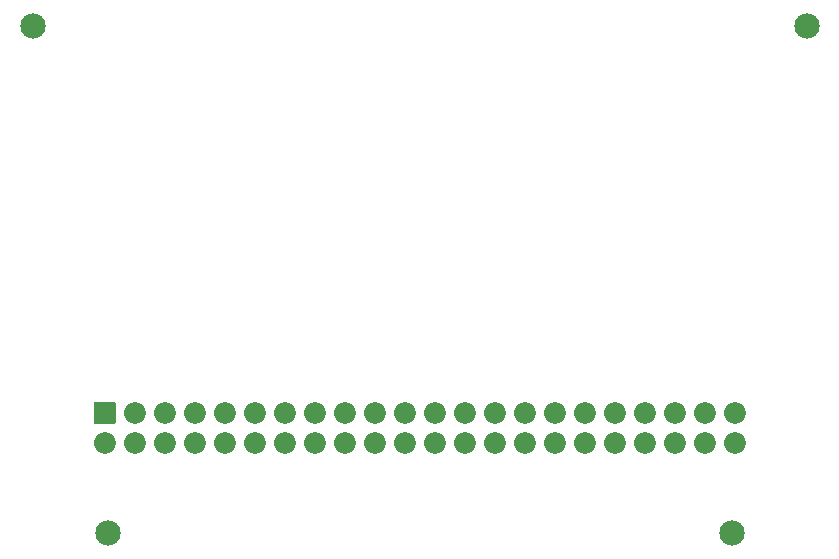
<source format=gbs>
G04 #@! TF.GenerationSoftware,KiCad,Pcbnew,(5.1.10-1-10_14)*
G04 #@! TF.CreationDate,2021-11-18T23:27:22-05:00*
G04 #@! TF.ProjectId,MacClassicRAMCard,4d616343-6c61-4737-9369-6352414d4361,rev?*
G04 #@! TF.SameCoordinates,Original*
G04 #@! TF.FileFunction,Soldermask,Bot*
G04 #@! TF.FilePolarity,Negative*
%FSLAX46Y46*%
G04 Gerber Fmt 4.6, Leading zero omitted, Abs format (unit mm)*
G04 Created by KiCad (PCBNEW (5.1.10-1-10_14)) date 2021-11-18 23:27:22*
%MOMM*%
%LPD*%
G01*
G04 APERTURE LIST*
%ADD10O,1.850000X1.850000*%
%ADD11C,2.150000*%
G04 APERTURE END LIST*
D10*
X147320000Y-125730000D03*
X147320000Y-123190000D03*
X144780000Y-125730000D03*
X144780000Y-123190000D03*
X142240000Y-125730000D03*
X142240000Y-123190000D03*
X139700000Y-125730000D03*
X139700000Y-123190000D03*
X137160000Y-125730000D03*
X137160000Y-123190000D03*
X134620000Y-125730000D03*
X134620000Y-123190000D03*
X132080000Y-125730000D03*
X132080000Y-123190000D03*
X129540000Y-125730000D03*
X129540000Y-123190000D03*
X127000000Y-125730000D03*
X127000000Y-123190000D03*
X124460000Y-125730000D03*
X124460000Y-123190000D03*
X121920000Y-125730000D03*
X121920000Y-123190000D03*
X119380000Y-125730000D03*
X119380000Y-123190000D03*
X116840000Y-125730000D03*
X116840000Y-123190000D03*
X114300000Y-125730000D03*
X114300000Y-123190000D03*
X111760000Y-125730000D03*
X111760000Y-123190000D03*
X109220000Y-125730000D03*
X109220000Y-123190000D03*
X106680000Y-125730000D03*
X106680000Y-123190000D03*
X104140000Y-125730000D03*
X104140000Y-123190000D03*
X101600000Y-125730000D03*
X101600000Y-123190000D03*
X99060000Y-125730000D03*
X99060000Y-123190000D03*
X96520000Y-125730000D03*
X96520000Y-123190000D03*
X93980000Y-125730000D03*
G36*
G01*
X94830000Y-124115000D02*
X93130000Y-124115000D01*
G75*
G02*
X93055000Y-124040000I0J75000D01*
G01*
X93055000Y-122340000D01*
G75*
G02*
X93130000Y-122265000I75000J0D01*
G01*
X94830000Y-122265000D01*
G75*
G02*
X94905000Y-122340000I0J-75000D01*
G01*
X94905000Y-124040000D01*
G75*
G02*
X94830000Y-124115000I-75000J0D01*
G01*
G37*
D11*
X94234000Y-133350000D03*
X147066000Y-133350000D03*
X87884000Y-90424000D03*
X153416000Y-90424000D03*
M02*

</source>
